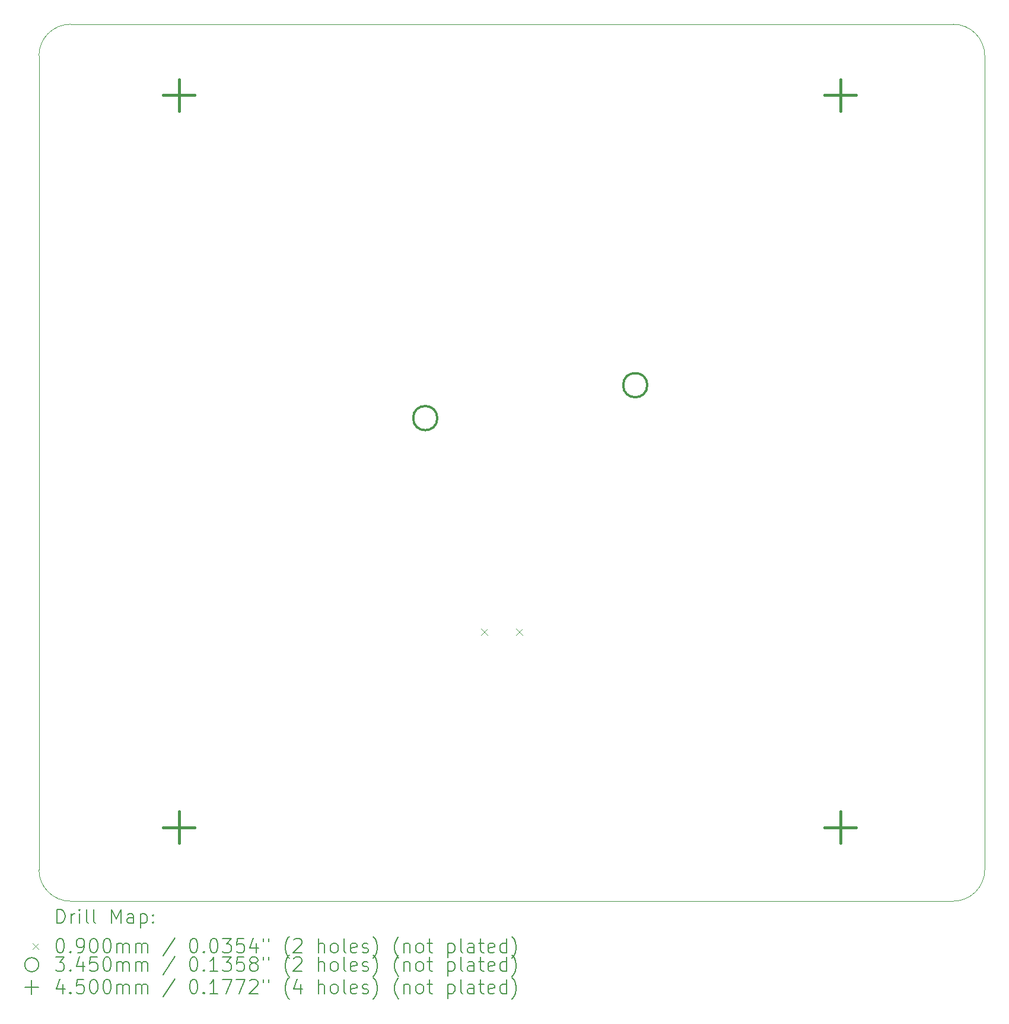
<source format=gbr>
%TF.GenerationSoftware,KiCad,Pcbnew,8.0.5*%
%TF.CreationDate,2025-02-21T17:39:50-06:00*%
%TF.ProjectId,ArmorPlate,41726d6f-7250-46c6-9174-652e6b696361,rev?*%
%TF.SameCoordinates,Original*%
%TF.FileFunction,Drillmap*%
%TF.FilePolarity,Positive*%
%FSLAX45Y45*%
G04 Gerber Fmt 4.5, Leading zero omitted, Abs format (unit mm)*
G04 Created by KiCad (PCBNEW 8.0.5) date 2025-02-21 17:39:50*
%MOMM*%
%LPD*%
G01*
G04 APERTURE LIST*
%ADD10C,0.050000*%
%ADD11C,0.200000*%
%ADD12C,0.100000*%
%ADD13C,0.345000*%
%ADD14C,0.450000*%
G04 APERTURE END LIST*
D10*
X21755000Y-15074500D02*
G75*
G02*
X21305000Y-15524500I-450000J0D01*
G01*
X21305000Y-3017500D02*
G75*
G02*
X21755000Y-3467500I0J-450000D01*
G01*
X21755000Y-3467500D02*
X21755000Y-15074500D01*
X8255000Y-15074500D02*
X8255000Y-3467500D01*
X8255000Y-3467500D02*
G75*
G02*
X8705000Y-3017500I450000J0D01*
G01*
X21305000Y-15524500D02*
X8705000Y-15524500D01*
X8705000Y-3017500D02*
X21305000Y-3017500D01*
X8705000Y-15524500D02*
G75*
G02*
X8255000Y-15074500I0J450000D01*
G01*
D11*
D12*
X14568000Y-11639000D02*
X14658000Y-11729000D01*
X14658000Y-11639000D02*
X14568000Y-11729000D01*
X15068000Y-11639000D02*
X15158000Y-11729000D01*
X15158000Y-11639000D02*
X15068000Y-11729000D01*
D13*
X13941500Y-8635000D02*
G75*
G02*
X13596500Y-8635000I-172500J0D01*
G01*
X13596500Y-8635000D02*
G75*
G02*
X13941500Y-8635000I172500J0D01*
G01*
X16938500Y-8165000D02*
G75*
G02*
X16593500Y-8165000I-172500J0D01*
G01*
X16593500Y-8165000D02*
G75*
G02*
X16938500Y-8165000I172500J0D01*
G01*
D14*
X10255000Y-3805000D02*
X10255000Y-4255000D01*
X10030000Y-4030000D02*
X10480000Y-4030000D01*
X10255000Y-14245000D02*
X10255000Y-14695000D01*
X10030000Y-14470000D02*
X10480000Y-14470000D01*
X19695000Y-3805000D02*
X19695000Y-4255000D01*
X19470000Y-4030000D02*
X19920000Y-4030000D01*
X19695000Y-14245000D02*
X19695000Y-14695000D01*
X19470000Y-14470000D02*
X19920000Y-14470000D01*
D11*
X8513277Y-15838484D02*
X8513277Y-15638484D01*
X8513277Y-15638484D02*
X8560896Y-15638484D01*
X8560896Y-15638484D02*
X8589467Y-15648008D01*
X8589467Y-15648008D02*
X8608515Y-15667055D01*
X8608515Y-15667055D02*
X8618039Y-15686103D01*
X8618039Y-15686103D02*
X8627563Y-15724198D01*
X8627563Y-15724198D02*
X8627563Y-15752769D01*
X8627563Y-15752769D02*
X8618039Y-15790865D01*
X8618039Y-15790865D02*
X8608515Y-15809912D01*
X8608515Y-15809912D02*
X8589467Y-15828960D01*
X8589467Y-15828960D02*
X8560896Y-15838484D01*
X8560896Y-15838484D02*
X8513277Y-15838484D01*
X8713277Y-15838484D02*
X8713277Y-15705150D01*
X8713277Y-15743246D02*
X8722801Y-15724198D01*
X8722801Y-15724198D02*
X8732324Y-15714674D01*
X8732324Y-15714674D02*
X8751372Y-15705150D01*
X8751372Y-15705150D02*
X8770420Y-15705150D01*
X8837086Y-15838484D02*
X8837086Y-15705150D01*
X8837086Y-15638484D02*
X8827563Y-15648008D01*
X8827563Y-15648008D02*
X8837086Y-15657531D01*
X8837086Y-15657531D02*
X8846610Y-15648008D01*
X8846610Y-15648008D02*
X8837086Y-15638484D01*
X8837086Y-15638484D02*
X8837086Y-15657531D01*
X8960896Y-15838484D02*
X8941848Y-15828960D01*
X8941848Y-15828960D02*
X8932324Y-15809912D01*
X8932324Y-15809912D02*
X8932324Y-15638484D01*
X9065658Y-15838484D02*
X9046610Y-15828960D01*
X9046610Y-15828960D02*
X9037086Y-15809912D01*
X9037086Y-15809912D02*
X9037086Y-15638484D01*
X9294229Y-15838484D02*
X9294229Y-15638484D01*
X9294229Y-15638484D02*
X9360896Y-15781341D01*
X9360896Y-15781341D02*
X9427563Y-15638484D01*
X9427563Y-15638484D02*
X9427563Y-15838484D01*
X9608515Y-15838484D02*
X9608515Y-15733722D01*
X9608515Y-15733722D02*
X9598991Y-15714674D01*
X9598991Y-15714674D02*
X9579944Y-15705150D01*
X9579944Y-15705150D02*
X9541848Y-15705150D01*
X9541848Y-15705150D02*
X9522801Y-15714674D01*
X9608515Y-15828960D02*
X9589467Y-15838484D01*
X9589467Y-15838484D02*
X9541848Y-15838484D01*
X9541848Y-15838484D02*
X9522801Y-15828960D01*
X9522801Y-15828960D02*
X9513277Y-15809912D01*
X9513277Y-15809912D02*
X9513277Y-15790865D01*
X9513277Y-15790865D02*
X9522801Y-15771817D01*
X9522801Y-15771817D02*
X9541848Y-15762293D01*
X9541848Y-15762293D02*
X9589467Y-15762293D01*
X9589467Y-15762293D02*
X9608515Y-15752769D01*
X9703753Y-15705150D02*
X9703753Y-15905150D01*
X9703753Y-15714674D02*
X9722801Y-15705150D01*
X9722801Y-15705150D02*
X9760896Y-15705150D01*
X9760896Y-15705150D02*
X9779944Y-15714674D01*
X9779944Y-15714674D02*
X9789467Y-15724198D01*
X9789467Y-15724198D02*
X9798991Y-15743246D01*
X9798991Y-15743246D02*
X9798991Y-15800388D01*
X9798991Y-15800388D02*
X9789467Y-15819436D01*
X9789467Y-15819436D02*
X9779944Y-15828960D01*
X9779944Y-15828960D02*
X9760896Y-15838484D01*
X9760896Y-15838484D02*
X9722801Y-15838484D01*
X9722801Y-15838484D02*
X9703753Y-15828960D01*
X9884705Y-15819436D02*
X9894229Y-15828960D01*
X9894229Y-15828960D02*
X9884705Y-15838484D01*
X9884705Y-15838484D02*
X9875182Y-15828960D01*
X9875182Y-15828960D02*
X9884705Y-15819436D01*
X9884705Y-15819436D02*
X9884705Y-15838484D01*
X9884705Y-15714674D02*
X9894229Y-15724198D01*
X9894229Y-15724198D02*
X9884705Y-15733722D01*
X9884705Y-15733722D02*
X9875182Y-15724198D01*
X9875182Y-15724198D02*
X9884705Y-15714674D01*
X9884705Y-15714674D02*
X9884705Y-15733722D01*
D12*
X8162500Y-16122000D02*
X8252500Y-16212000D01*
X8252500Y-16122000D02*
X8162500Y-16212000D01*
D11*
X8551372Y-16058484D02*
X8570420Y-16058484D01*
X8570420Y-16058484D02*
X8589467Y-16068008D01*
X8589467Y-16068008D02*
X8598991Y-16077531D01*
X8598991Y-16077531D02*
X8608515Y-16096579D01*
X8608515Y-16096579D02*
X8618039Y-16134674D01*
X8618039Y-16134674D02*
X8618039Y-16182293D01*
X8618039Y-16182293D02*
X8608515Y-16220388D01*
X8608515Y-16220388D02*
X8598991Y-16239436D01*
X8598991Y-16239436D02*
X8589467Y-16248960D01*
X8589467Y-16248960D02*
X8570420Y-16258484D01*
X8570420Y-16258484D02*
X8551372Y-16258484D01*
X8551372Y-16258484D02*
X8532324Y-16248960D01*
X8532324Y-16248960D02*
X8522801Y-16239436D01*
X8522801Y-16239436D02*
X8513277Y-16220388D01*
X8513277Y-16220388D02*
X8503753Y-16182293D01*
X8503753Y-16182293D02*
X8503753Y-16134674D01*
X8503753Y-16134674D02*
X8513277Y-16096579D01*
X8513277Y-16096579D02*
X8522801Y-16077531D01*
X8522801Y-16077531D02*
X8532324Y-16068008D01*
X8532324Y-16068008D02*
X8551372Y-16058484D01*
X8703753Y-16239436D02*
X8713277Y-16248960D01*
X8713277Y-16248960D02*
X8703753Y-16258484D01*
X8703753Y-16258484D02*
X8694229Y-16248960D01*
X8694229Y-16248960D02*
X8703753Y-16239436D01*
X8703753Y-16239436D02*
X8703753Y-16258484D01*
X8808515Y-16258484D02*
X8846610Y-16258484D01*
X8846610Y-16258484D02*
X8865658Y-16248960D01*
X8865658Y-16248960D02*
X8875182Y-16239436D01*
X8875182Y-16239436D02*
X8894229Y-16210865D01*
X8894229Y-16210865D02*
X8903753Y-16172769D01*
X8903753Y-16172769D02*
X8903753Y-16096579D01*
X8903753Y-16096579D02*
X8894229Y-16077531D01*
X8894229Y-16077531D02*
X8884705Y-16068008D01*
X8884705Y-16068008D02*
X8865658Y-16058484D01*
X8865658Y-16058484D02*
X8827563Y-16058484D01*
X8827563Y-16058484D02*
X8808515Y-16068008D01*
X8808515Y-16068008D02*
X8798991Y-16077531D01*
X8798991Y-16077531D02*
X8789467Y-16096579D01*
X8789467Y-16096579D02*
X8789467Y-16144198D01*
X8789467Y-16144198D02*
X8798991Y-16163246D01*
X8798991Y-16163246D02*
X8808515Y-16172769D01*
X8808515Y-16172769D02*
X8827563Y-16182293D01*
X8827563Y-16182293D02*
X8865658Y-16182293D01*
X8865658Y-16182293D02*
X8884705Y-16172769D01*
X8884705Y-16172769D02*
X8894229Y-16163246D01*
X8894229Y-16163246D02*
X8903753Y-16144198D01*
X9027563Y-16058484D02*
X9046610Y-16058484D01*
X9046610Y-16058484D02*
X9065658Y-16068008D01*
X9065658Y-16068008D02*
X9075182Y-16077531D01*
X9075182Y-16077531D02*
X9084705Y-16096579D01*
X9084705Y-16096579D02*
X9094229Y-16134674D01*
X9094229Y-16134674D02*
X9094229Y-16182293D01*
X9094229Y-16182293D02*
X9084705Y-16220388D01*
X9084705Y-16220388D02*
X9075182Y-16239436D01*
X9075182Y-16239436D02*
X9065658Y-16248960D01*
X9065658Y-16248960D02*
X9046610Y-16258484D01*
X9046610Y-16258484D02*
X9027563Y-16258484D01*
X9027563Y-16258484D02*
X9008515Y-16248960D01*
X9008515Y-16248960D02*
X8998991Y-16239436D01*
X8998991Y-16239436D02*
X8989467Y-16220388D01*
X8989467Y-16220388D02*
X8979944Y-16182293D01*
X8979944Y-16182293D02*
X8979944Y-16134674D01*
X8979944Y-16134674D02*
X8989467Y-16096579D01*
X8989467Y-16096579D02*
X8998991Y-16077531D01*
X8998991Y-16077531D02*
X9008515Y-16068008D01*
X9008515Y-16068008D02*
X9027563Y-16058484D01*
X9218039Y-16058484D02*
X9237086Y-16058484D01*
X9237086Y-16058484D02*
X9256134Y-16068008D01*
X9256134Y-16068008D02*
X9265658Y-16077531D01*
X9265658Y-16077531D02*
X9275182Y-16096579D01*
X9275182Y-16096579D02*
X9284705Y-16134674D01*
X9284705Y-16134674D02*
X9284705Y-16182293D01*
X9284705Y-16182293D02*
X9275182Y-16220388D01*
X9275182Y-16220388D02*
X9265658Y-16239436D01*
X9265658Y-16239436D02*
X9256134Y-16248960D01*
X9256134Y-16248960D02*
X9237086Y-16258484D01*
X9237086Y-16258484D02*
X9218039Y-16258484D01*
X9218039Y-16258484D02*
X9198991Y-16248960D01*
X9198991Y-16248960D02*
X9189467Y-16239436D01*
X9189467Y-16239436D02*
X9179944Y-16220388D01*
X9179944Y-16220388D02*
X9170420Y-16182293D01*
X9170420Y-16182293D02*
X9170420Y-16134674D01*
X9170420Y-16134674D02*
X9179944Y-16096579D01*
X9179944Y-16096579D02*
X9189467Y-16077531D01*
X9189467Y-16077531D02*
X9198991Y-16068008D01*
X9198991Y-16068008D02*
X9218039Y-16058484D01*
X9370420Y-16258484D02*
X9370420Y-16125150D01*
X9370420Y-16144198D02*
X9379944Y-16134674D01*
X9379944Y-16134674D02*
X9398991Y-16125150D01*
X9398991Y-16125150D02*
X9427563Y-16125150D01*
X9427563Y-16125150D02*
X9446610Y-16134674D01*
X9446610Y-16134674D02*
X9456134Y-16153722D01*
X9456134Y-16153722D02*
X9456134Y-16258484D01*
X9456134Y-16153722D02*
X9465658Y-16134674D01*
X9465658Y-16134674D02*
X9484705Y-16125150D01*
X9484705Y-16125150D02*
X9513277Y-16125150D01*
X9513277Y-16125150D02*
X9532325Y-16134674D01*
X9532325Y-16134674D02*
X9541848Y-16153722D01*
X9541848Y-16153722D02*
X9541848Y-16258484D01*
X9637086Y-16258484D02*
X9637086Y-16125150D01*
X9637086Y-16144198D02*
X9646610Y-16134674D01*
X9646610Y-16134674D02*
X9665658Y-16125150D01*
X9665658Y-16125150D02*
X9694229Y-16125150D01*
X9694229Y-16125150D02*
X9713277Y-16134674D01*
X9713277Y-16134674D02*
X9722801Y-16153722D01*
X9722801Y-16153722D02*
X9722801Y-16258484D01*
X9722801Y-16153722D02*
X9732325Y-16134674D01*
X9732325Y-16134674D02*
X9751372Y-16125150D01*
X9751372Y-16125150D02*
X9779944Y-16125150D01*
X9779944Y-16125150D02*
X9798991Y-16134674D01*
X9798991Y-16134674D02*
X9808515Y-16153722D01*
X9808515Y-16153722D02*
X9808515Y-16258484D01*
X10198991Y-16048960D02*
X10027563Y-16306103D01*
X10456134Y-16058484D02*
X10475182Y-16058484D01*
X10475182Y-16058484D02*
X10494229Y-16068008D01*
X10494229Y-16068008D02*
X10503753Y-16077531D01*
X10503753Y-16077531D02*
X10513277Y-16096579D01*
X10513277Y-16096579D02*
X10522801Y-16134674D01*
X10522801Y-16134674D02*
X10522801Y-16182293D01*
X10522801Y-16182293D02*
X10513277Y-16220388D01*
X10513277Y-16220388D02*
X10503753Y-16239436D01*
X10503753Y-16239436D02*
X10494229Y-16248960D01*
X10494229Y-16248960D02*
X10475182Y-16258484D01*
X10475182Y-16258484D02*
X10456134Y-16258484D01*
X10456134Y-16258484D02*
X10437087Y-16248960D01*
X10437087Y-16248960D02*
X10427563Y-16239436D01*
X10427563Y-16239436D02*
X10418039Y-16220388D01*
X10418039Y-16220388D02*
X10408515Y-16182293D01*
X10408515Y-16182293D02*
X10408515Y-16134674D01*
X10408515Y-16134674D02*
X10418039Y-16096579D01*
X10418039Y-16096579D02*
X10427563Y-16077531D01*
X10427563Y-16077531D02*
X10437087Y-16068008D01*
X10437087Y-16068008D02*
X10456134Y-16058484D01*
X10608515Y-16239436D02*
X10618039Y-16248960D01*
X10618039Y-16248960D02*
X10608515Y-16258484D01*
X10608515Y-16258484D02*
X10598991Y-16248960D01*
X10598991Y-16248960D02*
X10608515Y-16239436D01*
X10608515Y-16239436D02*
X10608515Y-16258484D01*
X10741848Y-16058484D02*
X10760896Y-16058484D01*
X10760896Y-16058484D02*
X10779944Y-16068008D01*
X10779944Y-16068008D02*
X10789468Y-16077531D01*
X10789468Y-16077531D02*
X10798991Y-16096579D01*
X10798991Y-16096579D02*
X10808515Y-16134674D01*
X10808515Y-16134674D02*
X10808515Y-16182293D01*
X10808515Y-16182293D02*
X10798991Y-16220388D01*
X10798991Y-16220388D02*
X10789468Y-16239436D01*
X10789468Y-16239436D02*
X10779944Y-16248960D01*
X10779944Y-16248960D02*
X10760896Y-16258484D01*
X10760896Y-16258484D02*
X10741848Y-16258484D01*
X10741848Y-16258484D02*
X10722801Y-16248960D01*
X10722801Y-16248960D02*
X10713277Y-16239436D01*
X10713277Y-16239436D02*
X10703753Y-16220388D01*
X10703753Y-16220388D02*
X10694229Y-16182293D01*
X10694229Y-16182293D02*
X10694229Y-16134674D01*
X10694229Y-16134674D02*
X10703753Y-16096579D01*
X10703753Y-16096579D02*
X10713277Y-16077531D01*
X10713277Y-16077531D02*
X10722801Y-16068008D01*
X10722801Y-16068008D02*
X10741848Y-16058484D01*
X10875182Y-16058484D02*
X10998991Y-16058484D01*
X10998991Y-16058484D02*
X10932325Y-16134674D01*
X10932325Y-16134674D02*
X10960896Y-16134674D01*
X10960896Y-16134674D02*
X10979944Y-16144198D01*
X10979944Y-16144198D02*
X10989468Y-16153722D01*
X10989468Y-16153722D02*
X10998991Y-16172769D01*
X10998991Y-16172769D02*
X10998991Y-16220388D01*
X10998991Y-16220388D02*
X10989468Y-16239436D01*
X10989468Y-16239436D02*
X10979944Y-16248960D01*
X10979944Y-16248960D02*
X10960896Y-16258484D01*
X10960896Y-16258484D02*
X10903753Y-16258484D01*
X10903753Y-16258484D02*
X10884706Y-16248960D01*
X10884706Y-16248960D02*
X10875182Y-16239436D01*
X11179944Y-16058484D02*
X11084706Y-16058484D01*
X11084706Y-16058484D02*
X11075182Y-16153722D01*
X11075182Y-16153722D02*
X11084706Y-16144198D01*
X11084706Y-16144198D02*
X11103753Y-16134674D01*
X11103753Y-16134674D02*
X11151372Y-16134674D01*
X11151372Y-16134674D02*
X11170420Y-16144198D01*
X11170420Y-16144198D02*
X11179944Y-16153722D01*
X11179944Y-16153722D02*
X11189467Y-16172769D01*
X11189467Y-16172769D02*
X11189467Y-16220388D01*
X11189467Y-16220388D02*
X11179944Y-16239436D01*
X11179944Y-16239436D02*
X11170420Y-16248960D01*
X11170420Y-16248960D02*
X11151372Y-16258484D01*
X11151372Y-16258484D02*
X11103753Y-16258484D01*
X11103753Y-16258484D02*
X11084706Y-16248960D01*
X11084706Y-16248960D02*
X11075182Y-16239436D01*
X11360896Y-16125150D02*
X11360896Y-16258484D01*
X11313277Y-16048960D02*
X11265658Y-16191817D01*
X11265658Y-16191817D02*
X11389467Y-16191817D01*
X11456134Y-16058484D02*
X11456134Y-16096579D01*
X11532325Y-16058484D02*
X11532325Y-16096579D01*
X11827563Y-16334674D02*
X11818039Y-16325150D01*
X11818039Y-16325150D02*
X11798991Y-16296579D01*
X11798991Y-16296579D02*
X11789468Y-16277531D01*
X11789468Y-16277531D02*
X11779944Y-16248960D01*
X11779944Y-16248960D02*
X11770420Y-16201341D01*
X11770420Y-16201341D02*
X11770420Y-16163246D01*
X11770420Y-16163246D02*
X11779944Y-16115627D01*
X11779944Y-16115627D02*
X11789468Y-16087055D01*
X11789468Y-16087055D02*
X11798991Y-16068008D01*
X11798991Y-16068008D02*
X11818039Y-16039436D01*
X11818039Y-16039436D02*
X11827563Y-16029912D01*
X11894229Y-16077531D02*
X11903753Y-16068008D01*
X11903753Y-16068008D02*
X11922801Y-16058484D01*
X11922801Y-16058484D02*
X11970420Y-16058484D01*
X11970420Y-16058484D02*
X11989468Y-16068008D01*
X11989468Y-16068008D02*
X11998991Y-16077531D01*
X11998991Y-16077531D02*
X12008515Y-16096579D01*
X12008515Y-16096579D02*
X12008515Y-16115627D01*
X12008515Y-16115627D02*
X11998991Y-16144198D01*
X11998991Y-16144198D02*
X11884706Y-16258484D01*
X11884706Y-16258484D02*
X12008515Y-16258484D01*
X12246610Y-16258484D02*
X12246610Y-16058484D01*
X12332325Y-16258484D02*
X12332325Y-16153722D01*
X12332325Y-16153722D02*
X12322801Y-16134674D01*
X12322801Y-16134674D02*
X12303753Y-16125150D01*
X12303753Y-16125150D02*
X12275182Y-16125150D01*
X12275182Y-16125150D02*
X12256134Y-16134674D01*
X12256134Y-16134674D02*
X12246610Y-16144198D01*
X12456134Y-16258484D02*
X12437087Y-16248960D01*
X12437087Y-16248960D02*
X12427563Y-16239436D01*
X12427563Y-16239436D02*
X12418039Y-16220388D01*
X12418039Y-16220388D02*
X12418039Y-16163246D01*
X12418039Y-16163246D02*
X12427563Y-16144198D01*
X12427563Y-16144198D02*
X12437087Y-16134674D01*
X12437087Y-16134674D02*
X12456134Y-16125150D01*
X12456134Y-16125150D02*
X12484706Y-16125150D01*
X12484706Y-16125150D02*
X12503753Y-16134674D01*
X12503753Y-16134674D02*
X12513277Y-16144198D01*
X12513277Y-16144198D02*
X12522801Y-16163246D01*
X12522801Y-16163246D02*
X12522801Y-16220388D01*
X12522801Y-16220388D02*
X12513277Y-16239436D01*
X12513277Y-16239436D02*
X12503753Y-16248960D01*
X12503753Y-16248960D02*
X12484706Y-16258484D01*
X12484706Y-16258484D02*
X12456134Y-16258484D01*
X12637087Y-16258484D02*
X12618039Y-16248960D01*
X12618039Y-16248960D02*
X12608515Y-16229912D01*
X12608515Y-16229912D02*
X12608515Y-16058484D01*
X12789468Y-16248960D02*
X12770420Y-16258484D01*
X12770420Y-16258484D02*
X12732325Y-16258484D01*
X12732325Y-16258484D02*
X12713277Y-16248960D01*
X12713277Y-16248960D02*
X12703753Y-16229912D01*
X12703753Y-16229912D02*
X12703753Y-16153722D01*
X12703753Y-16153722D02*
X12713277Y-16134674D01*
X12713277Y-16134674D02*
X12732325Y-16125150D01*
X12732325Y-16125150D02*
X12770420Y-16125150D01*
X12770420Y-16125150D02*
X12789468Y-16134674D01*
X12789468Y-16134674D02*
X12798991Y-16153722D01*
X12798991Y-16153722D02*
X12798991Y-16172769D01*
X12798991Y-16172769D02*
X12703753Y-16191817D01*
X12875182Y-16248960D02*
X12894230Y-16258484D01*
X12894230Y-16258484D02*
X12932325Y-16258484D01*
X12932325Y-16258484D02*
X12951372Y-16248960D01*
X12951372Y-16248960D02*
X12960896Y-16229912D01*
X12960896Y-16229912D02*
X12960896Y-16220388D01*
X12960896Y-16220388D02*
X12951372Y-16201341D01*
X12951372Y-16201341D02*
X12932325Y-16191817D01*
X12932325Y-16191817D02*
X12903753Y-16191817D01*
X12903753Y-16191817D02*
X12884706Y-16182293D01*
X12884706Y-16182293D02*
X12875182Y-16163246D01*
X12875182Y-16163246D02*
X12875182Y-16153722D01*
X12875182Y-16153722D02*
X12884706Y-16134674D01*
X12884706Y-16134674D02*
X12903753Y-16125150D01*
X12903753Y-16125150D02*
X12932325Y-16125150D01*
X12932325Y-16125150D02*
X12951372Y-16134674D01*
X13027563Y-16334674D02*
X13037087Y-16325150D01*
X13037087Y-16325150D02*
X13056134Y-16296579D01*
X13056134Y-16296579D02*
X13065658Y-16277531D01*
X13065658Y-16277531D02*
X13075182Y-16248960D01*
X13075182Y-16248960D02*
X13084706Y-16201341D01*
X13084706Y-16201341D02*
X13084706Y-16163246D01*
X13084706Y-16163246D02*
X13075182Y-16115627D01*
X13075182Y-16115627D02*
X13065658Y-16087055D01*
X13065658Y-16087055D02*
X13056134Y-16068008D01*
X13056134Y-16068008D02*
X13037087Y-16039436D01*
X13037087Y-16039436D02*
X13027563Y-16029912D01*
X13389468Y-16334674D02*
X13379944Y-16325150D01*
X13379944Y-16325150D02*
X13360896Y-16296579D01*
X13360896Y-16296579D02*
X13351372Y-16277531D01*
X13351372Y-16277531D02*
X13341849Y-16248960D01*
X13341849Y-16248960D02*
X13332325Y-16201341D01*
X13332325Y-16201341D02*
X13332325Y-16163246D01*
X13332325Y-16163246D02*
X13341849Y-16115627D01*
X13341849Y-16115627D02*
X13351372Y-16087055D01*
X13351372Y-16087055D02*
X13360896Y-16068008D01*
X13360896Y-16068008D02*
X13379944Y-16039436D01*
X13379944Y-16039436D02*
X13389468Y-16029912D01*
X13465658Y-16125150D02*
X13465658Y-16258484D01*
X13465658Y-16144198D02*
X13475182Y-16134674D01*
X13475182Y-16134674D02*
X13494230Y-16125150D01*
X13494230Y-16125150D02*
X13522801Y-16125150D01*
X13522801Y-16125150D02*
X13541849Y-16134674D01*
X13541849Y-16134674D02*
X13551372Y-16153722D01*
X13551372Y-16153722D02*
X13551372Y-16258484D01*
X13675182Y-16258484D02*
X13656134Y-16248960D01*
X13656134Y-16248960D02*
X13646611Y-16239436D01*
X13646611Y-16239436D02*
X13637087Y-16220388D01*
X13637087Y-16220388D02*
X13637087Y-16163246D01*
X13637087Y-16163246D02*
X13646611Y-16144198D01*
X13646611Y-16144198D02*
X13656134Y-16134674D01*
X13656134Y-16134674D02*
X13675182Y-16125150D01*
X13675182Y-16125150D02*
X13703753Y-16125150D01*
X13703753Y-16125150D02*
X13722801Y-16134674D01*
X13722801Y-16134674D02*
X13732325Y-16144198D01*
X13732325Y-16144198D02*
X13741849Y-16163246D01*
X13741849Y-16163246D02*
X13741849Y-16220388D01*
X13741849Y-16220388D02*
X13732325Y-16239436D01*
X13732325Y-16239436D02*
X13722801Y-16248960D01*
X13722801Y-16248960D02*
X13703753Y-16258484D01*
X13703753Y-16258484D02*
X13675182Y-16258484D01*
X13798992Y-16125150D02*
X13875182Y-16125150D01*
X13827563Y-16058484D02*
X13827563Y-16229912D01*
X13827563Y-16229912D02*
X13837087Y-16248960D01*
X13837087Y-16248960D02*
X13856134Y-16258484D01*
X13856134Y-16258484D02*
X13875182Y-16258484D01*
X14094230Y-16125150D02*
X14094230Y-16325150D01*
X14094230Y-16134674D02*
X14113277Y-16125150D01*
X14113277Y-16125150D02*
X14151373Y-16125150D01*
X14151373Y-16125150D02*
X14170420Y-16134674D01*
X14170420Y-16134674D02*
X14179944Y-16144198D01*
X14179944Y-16144198D02*
X14189468Y-16163246D01*
X14189468Y-16163246D02*
X14189468Y-16220388D01*
X14189468Y-16220388D02*
X14179944Y-16239436D01*
X14179944Y-16239436D02*
X14170420Y-16248960D01*
X14170420Y-16248960D02*
X14151373Y-16258484D01*
X14151373Y-16258484D02*
X14113277Y-16258484D01*
X14113277Y-16258484D02*
X14094230Y-16248960D01*
X14303753Y-16258484D02*
X14284706Y-16248960D01*
X14284706Y-16248960D02*
X14275182Y-16229912D01*
X14275182Y-16229912D02*
X14275182Y-16058484D01*
X14465658Y-16258484D02*
X14465658Y-16153722D01*
X14465658Y-16153722D02*
X14456134Y-16134674D01*
X14456134Y-16134674D02*
X14437087Y-16125150D01*
X14437087Y-16125150D02*
X14398992Y-16125150D01*
X14398992Y-16125150D02*
X14379944Y-16134674D01*
X14465658Y-16248960D02*
X14446611Y-16258484D01*
X14446611Y-16258484D02*
X14398992Y-16258484D01*
X14398992Y-16258484D02*
X14379944Y-16248960D01*
X14379944Y-16248960D02*
X14370420Y-16229912D01*
X14370420Y-16229912D02*
X14370420Y-16210865D01*
X14370420Y-16210865D02*
X14379944Y-16191817D01*
X14379944Y-16191817D02*
X14398992Y-16182293D01*
X14398992Y-16182293D02*
X14446611Y-16182293D01*
X14446611Y-16182293D02*
X14465658Y-16172769D01*
X14532325Y-16125150D02*
X14608515Y-16125150D01*
X14560896Y-16058484D02*
X14560896Y-16229912D01*
X14560896Y-16229912D02*
X14570420Y-16248960D01*
X14570420Y-16248960D02*
X14589468Y-16258484D01*
X14589468Y-16258484D02*
X14608515Y-16258484D01*
X14751373Y-16248960D02*
X14732325Y-16258484D01*
X14732325Y-16258484D02*
X14694230Y-16258484D01*
X14694230Y-16258484D02*
X14675182Y-16248960D01*
X14675182Y-16248960D02*
X14665658Y-16229912D01*
X14665658Y-16229912D02*
X14665658Y-16153722D01*
X14665658Y-16153722D02*
X14675182Y-16134674D01*
X14675182Y-16134674D02*
X14694230Y-16125150D01*
X14694230Y-16125150D02*
X14732325Y-16125150D01*
X14732325Y-16125150D02*
X14751373Y-16134674D01*
X14751373Y-16134674D02*
X14760896Y-16153722D01*
X14760896Y-16153722D02*
X14760896Y-16172769D01*
X14760896Y-16172769D02*
X14665658Y-16191817D01*
X14932325Y-16258484D02*
X14932325Y-16058484D01*
X14932325Y-16248960D02*
X14913277Y-16258484D01*
X14913277Y-16258484D02*
X14875182Y-16258484D01*
X14875182Y-16258484D02*
X14856134Y-16248960D01*
X14856134Y-16248960D02*
X14846611Y-16239436D01*
X14846611Y-16239436D02*
X14837087Y-16220388D01*
X14837087Y-16220388D02*
X14837087Y-16163246D01*
X14837087Y-16163246D02*
X14846611Y-16144198D01*
X14846611Y-16144198D02*
X14856134Y-16134674D01*
X14856134Y-16134674D02*
X14875182Y-16125150D01*
X14875182Y-16125150D02*
X14913277Y-16125150D01*
X14913277Y-16125150D02*
X14932325Y-16134674D01*
X15008515Y-16334674D02*
X15018039Y-16325150D01*
X15018039Y-16325150D02*
X15037087Y-16296579D01*
X15037087Y-16296579D02*
X15046611Y-16277531D01*
X15046611Y-16277531D02*
X15056134Y-16248960D01*
X15056134Y-16248960D02*
X15065658Y-16201341D01*
X15065658Y-16201341D02*
X15065658Y-16163246D01*
X15065658Y-16163246D02*
X15056134Y-16115627D01*
X15056134Y-16115627D02*
X15046611Y-16087055D01*
X15046611Y-16087055D02*
X15037087Y-16068008D01*
X15037087Y-16068008D02*
X15018039Y-16039436D01*
X15018039Y-16039436D02*
X15008515Y-16029912D01*
X8252500Y-16431000D02*
G75*
G02*
X8052500Y-16431000I-100000J0D01*
G01*
X8052500Y-16431000D02*
G75*
G02*
X8252500Y-16431000I100000J0D01*
G01*
X8494229Y-16322484D02*
X8618039Y-16322484D01*
X8618039Y-16322484D02*
X8551372Y-16398674D01*
X8551372Y-16398674D02*
X8579944Y-16398674D01*
X8579944Y-16398674D02*
X8598991Y-16408198D01*
X8598991Y-16408198D02*
X8608515Y-16417722D01*
X8608515Y-16417722D02*
X8618039Y-16436769D01*
X8618039Y-16436769D02*
X8618039Y-16484388D01*
X8618039Y-16484388D02*
X8608515Y-16503436D01*
X8608515Y-16503436D02*
X8598991Y-16512960D01*
X8598991Y-16512960D02*
X8579944Y-16522484D01*
X8579944Y-16522484D02*
X8522801Y-16522484D01*
X8522801Y-16522484D02*
X8503753Y-16512960D01*
X8503753Y-16512960D02*
X8494229Y-16503436D01*
X8703753Y-16503436D02*
X8713277Y-16512960D01*
X8713277Y-16512960D02*
X8703753Y-16522484D01*
X8703753Y-16522484D02*
X8694229Y-16512960D01*
X8694229Y-16512960D02*
X8703753Y-16503436D01*
X8703753Y-16503436D02*
X8703753Y-16522484D01*
X8884705Y-16389150D02*
X8884705Y-16522484D01*
X8837086Y-16312960D02*
X8789467Y-16455817D01*
X8789467Y-16455817D02*
X8913277Y-16455817D01*
X9084705Y-16322484D02*
X8989467Y-16322484D01*
X8989467Y-16322484D02*
X8979944Y-16417722D01*
X8979944Y-16417722D02*
X8989467Y-16408198D01*
X8989467Y-16408198D02*
X9008515Y-16398674D01*
X9008515Y-16398674D02*
X9056134Y-16398674D01*
X9056134Y-16398674D02*
X9075182Y-16408198D01*
X9075182Y-16408198D02*
X9084705Y-16417722D01*
X9084705Y-16417722D02*
X9094229Y-16436769D01*
X9094229Y-16436769D02*
X9094229Y-16484388D01*
X9094229Y-16484388D02*
X9084705Y-16503436D01*
X9084705Y-16503436D02*
X9075182Y-16512960D01*
X9075182Y-16512960D02*
X9056134Y-16522484D01*
X9056134Y-16522484D02*
X9008515Y-16522484D01*
X9008515Y-16522484D02*
X8989467Y-16512960D01*
X8989467Y-16512960D02*
X8979944Y-16503436D01*
X9218039Y-16322484D02*
X9237086Y-16322484D01*
X9237086Y-16322484D02*
X9256134Y-16332008D01*
X9256134Y-16332008D02*
X9265658Y-16341531D01*
X9265658Y-16341531D02*
X9275182Y-16360579D01*
X9275182Y-16360579D02*
X9284705Y-16398674D01*
X9284705Y-16398674D02*
X9284705Y-16446293D01*
X9284705Y-16446293D02*
X9275182Y-16484388D01*
X9275182Y-16484388D02*
X9265658Y-16503436D01*
X9265658Y-16503436D02*
X9256134Y-16512960D01*
X9256134Y-16512960D02*
X9237086Y-16522484D01*
X9237086Y-16522484D02*
X9218039Y-16522484D01*
X9218039Y-16522484D02*
X9198991Y-16512960D01*
X9198991Y-16512960D02*
X9189467Y-16503436D01*
X9189467Y-16503436D02*
X9179944Y-16484388D01*
X9179944Y-16484388D02*
X9170420Y-16446293D01*
X9170420Y-16446293D02*
X9170420Y-16398674D01*
X9170420Y-16398674D02*
X9179944Y-16360579D01*
X9179944Y-16360579D02*
X9189467Y-16341531D01*
X9189467Y-16341531D02*
X9198991Y-16332008D01*
X9198991Y-16332008D02*
X9218039Y-16322484D01*
X9370420Y-16522484D02*
X9370420Y-16389150D01*
X9370420Y-16408198D02*
X9379944Y-16398674D01*
X9379944Y-16398674D02*
X9398991Y-16389150D01*
X9398991Y-16389150D02*
X9427563Y-16389150D01*
X9427563Y-16389150D02*
X9446610Y-16398674D01*
X9446610Y-16398674D02*
X9456134Y-16417722D01*
X9456134Y-16417722D02*
X9456134Y-16522484D01*
X9456134Y-16417722D02*
X9465658Y-16398674D01*
X9465658Y-16398674D02*
X9484705Y-16389150D01*
X9484705Y-16389150D02*
X9513277Y-16389150D01*
X9513277Y-16389150D02*
X9532325Y-16398674D01*
X9532325Y-16398674D02*
X9541848Y-16417722D01*
X9541848Y-16417722D02*
X9541848Y-16522484D01*
X9637086Y-16522484D02*
X9637086Y-16389150D01*
X9637086Y-16408198D02*
X9646610Y-16398674D01*
X9646610Y-16398674D02*
X9665658Y-16389150D01*
X9665658Y-16389150D02*
X9694229Y-16389150D01*
X9694229Y-16389150D02*
X9713277Y-16398674D01*
X9713277Y-16398674D02*
X9722801Y-16417722D01*
X9722801Y-16417722D02*
X9722801Y-16522484D01*
X9722801Y-16417722D02*
X9732325Y-16398674D01*
X9732325Y-16398674D02*
X9751372Y-16389150D01*
X9751372Y-16389150D02*
X9779944Y-16389150D01*
X9779944Y-16389150D02*
X9798991Y-16398674D01*
X9798991Y-16398674D02*
X9808515Y-16417722D01*
X9808515Y-16417722D02*
X9808515Y-16522484D01*
X10198991Y-16312960D02*
X10027563Y-16570103D01*
X10456134Y-16322484D02*
X10475182Y-16322484D01*
X10475182Y-16322484D02*
X10494229Y-16332008D01*
X10494229Y-16332008D02*
X10503753Y-16341531D01*
X10503753Y-16341531D02*
X10513277Y-16360579D01*
X10513277Y-16360579D02*
X10522801Y-16398674D01*
X10522801Y-16398674D02*
X10522801Y-16446293D01*
X10522801Y-16446293D02*
X10513277Y-16484388D01*
X10513277Y-16484388D02*
X10503753Y-16503436D01*
X10503753Y-16503436D02*
X10494229Y-16512960D01*
X10494229Y-16512960D02*
X10475182Y-16522484D01*
X10475182Y-16522484D02*
X10456134Y-16522484D01*
X10456134Y-16522484D02*
X10437087Y-16512960D01*
X10437087Y-16512960D02*
X10427563Y-16503436D01*
X10427563Y-16503436D02*
X10418039Y-16484388D01*
X10418039Y-16484388D02*
X10408515Y-16446293D01*
X10408515Y-16446293D02*
X10408515Y-16398674D01*
X10408515Y-16398674D02*
X10418039Y-16360579D01*
X10418039Y-16360579D02*
X10427563Y-16341531D01*
X10427563Y-16341531D02*
X10437087Y-16332008D01*
X10437087Y-16332008D02*
X10456134Y-16322484D01*
X10608515Y-16503436D02*
X10618039Y-16512960D01*
X10618039Y-16512960D02*
X10608515Y-16522484D01*
X10608515Y-16522484D02*
X10598991Y-16512960D01*
X10598991Y-16512960D02*
X10608515Y-16503436D01*
X10608515Y-16503436D02*
X10608515Y-16522484D01*
X10808515Y-16522484D02*
X10694229Y-16522484D01*
X10751372Y-16522484D02*
X10751372Y-16322484D01*
X10751372Y-16322484D02*
X10732325Y-16351055D01*
X10732325Y-16351055D02*
X10713277Y-16370103D01*
X10713277Y-16370103D02*
X10694229Y-16379627D01*
X10875182Y-16322484D02*
X10998991Y-16322484D01*
X10998991Y-16322484D02*
X10932325Y-16398674D01*
X10932325Y-16398674D02*
X10960896Y-16398674D01*
X10960896Y-16398674D02*
X10979944Y-16408198D01*
X10979944Y-16408198D02*
X10989468Y-16417722D01*
X10989468Y-16417722D02*
X10998991Y-16436769D01*
X10998991Y-16436769D02*
X10998991Y-16484388D01*
X10998991Y-16484388D02*
X10989468Y-16503436D01*
X10989468Y-16503436D02*
X10979944Y-16512960D01*
X10979944Y-16512960D02*
X10960896Y-16522484D01*
X10960896Y-16522484D02*
X10903753Y-16522484D01*
X10903753Y-16522484D02*
X10884706Y-16512960D01*
X10884706Y-16512960D02*
X10875182Y-16503436D01*
X11179944Y-16322484D02*
X11084706Y-16322484D01*
X11084706Y-16322484D02*
X11075182Y-16417722D01*
X11075182Y-16417722D02*
X11084706Y-16408198D01*
X11084706Y-16408198D02*
X11103753Y-16398674D01*
X11103753Y-16398674D02*
X11151372Y-16398674D01*
X11151372Y-16398674D02*
X11170420Y-16408198D01*
X11170420Y-16408198D02*
X11179944Y-16417722D01*
X11179944Y-16417722D02*
X11189467Y-16436769D01*
X11189467Y-16436769D02*
X11189467Y-16484388D01*
X11189467Y-16484388D02*
X11179944Y-16503436D01*
X11179944Y-16503436D02*
X11170420Y-16512960D01*
X11170420Y-16512960D02*
X11151372Y-16522484D01*
X11151372Y-16522484D02*
X11103753Y-16522484D01*
X11103753Y-16522484D02*
X11084706Y-16512960D01*
X11084706Y-16512960D02*
X11075182Y-16503436D01*
X11303753Y-16408198D02*
X11284706Y-16398674D01*
X11284706Y-16398674D02*
X11275182Y-16389150D01*
X11275182Y-16389150D02*
X11265658Y-16370103D01*
X11265658Y-16370103D02*
X11265658Y-16360579D01*
X11265658Y-16360579D02*
X11275182Y-16341531D01*
X11275182Y-16341531D02*
X11284706Y-16332008D01*
X11284706Y-16332008D02*
X11303753Y-16322484D01*
X11303753Y-16322484D02*
X11341848Y-16322484D01*
X11341848Y-16322484D02*
X11360896Y-16332008D01*
X11360896Y-16332008D02*
X11370420Y-16341531D01*
X11370420Y-16341531D02*
X11379944Y-16360579D01*
X11379944Y-16360579D02*
X11379944Y-16370103D01*
X11379944Y-16370103D02*
X11370420Y-16389150D01*
X11370420Y-16389150D02*
X11360896Y-16398674D01*
X11360896Y-16398674D02*
X11341848Y-16408198D01*
X11341848Y-16408198D02*
X11303753Y-16408198D01*
X11303753Y-16408198D02*
X11284706Y-16417722D01*
X11284706Y-16417722D02*
X11275182Y-16427246D01*
X11275182Y-16427246D02*
X11265658Y-16446293D01*
X11265658Y-16446293D02*
X11265658Y-16484388D01*
X11265658Y-16484388D02*
X11275182Y-16503436D01*
X11275182Y-16503436D02*
X11284706Y-16512960D01*
X11284706Y-16512960D02*
X11303753Y-16522484D01*
X11303753Y-16522484D02*
X11341848Y-16522484D01*
X11341848Y-16522484D02*
X11360896Y-16512960D01*
X11360896Y-16512960D02*
X11370420Y-16503436D01*
X11370420Y-16503436D02*
X11379944Y-16484388D01*
X11379944Y-16484388D02*
X11379944Y-16446293D01*
X11379944Y-16446293D02*
X11370420Y-16427246D01*
X11370420Y-16427246D02*
X11360896Y-16417722D01*
X11360896Y-16417722D02*
X11341848Y-16408198D01*
X11456134Y-16322484D02*
X11456134Y-16360579D01*
X11532325Y-16322484D02*
X11532325Y-16360579D01*
X11827563Y-16598674D02*
X11818039Y-16589150D01*
X11818039Y-16589150D02*
X11798991Y-16560579D01*
X11798991Y-16560579D02*
X11789468Y-16541531D01*
X11789468Y-16541531D02*
X11779944Y-16512960D01*
X11779944Y-16512960D02*
X11770420Y-16465341D01*
X11770420Y-16465341D02*
X11770420Y-16427246D01*
X11770420Y-16427246D02*
X11779944Y-16379627D01*
X11779944Y-16379627D02*
X11789468Y-16351055D01*
X11789468Y-16351055D02*
X11798991Y-16332008D01*
X11798991Y-16332008D02*
X11818039Y-16303436D01*
X11818039Y-16303436D02*
X11827563Y-16293912D01*
X11894229Y-16341531D02*
X11903753Y-16332008D01*
X11903753Y-16332008D02*
X11922801Y-16322484D01*
X11922801Y-16322484D02*
X11970420Y-16322484D01*
X11970420Y-16322484D02*
X11989468Y-16332008D01*
X11989468Y-16332008D02*
X11998991Y-16341531D01*
X11998991Y-16341531D02*
X12008515Y-16360579D01*
X12008515Y-16360579D02*
X12008515Y-16379627D01*
X12008515Y-16379627D02*
X11998991Y-16408198D01*
X11998991Y-16408198D02*
X11884706Y-16522484D01*
X11884706Y-16522484D02*
X12008515Y-16522484D01*
X12246610Y-16522484D02*
X12246610Y-16322484D01*
X12332325Y-16522484D02*
X12332325Y-16417722D01*
X12332325Y-16417722D02*
X12322801Y-16398674D01*
X12322801Y-16398674D02*
X12303753Y-16389150D01*
X12303753Y-16389150D02*
X12275182Y-16389150D01*
X12275182Y-16389150D02*
X12256134Y-16398674D01*
X12256134Y-16398674D02*
X12246610Y-16408198D01*
X12456134Y-16522484D02*
X12437087Y-16512960D01*
X12437087Y-16512960D02*
X12427563Y-16503436D01*
X12427563Y-16503436D02*
X12418039Y-16484388D01*
X12418039Y-16484388D02*
X12418039Y-16427246D01*
X12418039Y-16427246D02*
X12427563Y-16408198D01*
X12427563Y-16408198D02*
X12437087Y-16398674D01*
X12437087Y-16398674D02*
X12456134Y-16389150D01*
X12456134Y-16389150D02*
X12484706Y-16389150D01*
X12484706Y-16389150D02*
X12503753Y-16398674D01*
X12503753Y-16398674D02*
X12513277Y-16408198D01*
X12513277Y-16408198D02*
X12522801Y-16427246D01*
X12522801Y-16427246D02*
X12522801Y-16484388D01*
X12522801Y-16484388D02*
X12513277Y-16503436D01*
X12513277Y-16503436D02*
X12503753Y-16512960D01*
X12503753Y-16512960D02*
X12484706Y-16522484D01*
X12484706Y-16522484D02*
X12456134Y-16522484D01*
X12637087Y-16522484D02*
X12618039Y-16512960D01*
X12618039Y-16512960D02*
X12608515Y-16493912D01*
X12608515Y-16493912D02*
X12608515Y-16322484D01*
X12789468Y-16512960D02*
X12770420Y-16522484D01*
X12770420Y-16522484D02*
X12732325Y-16522484D01*
X12732325Y-16522484D02*
X12713277Y-16512960D01*
X12713277Y-16512960D02*
X12703753Y-16493912D01*
X12703753Y-16493912D02*
X12703753Y-16417722D01*
X12703753Y-16417722D02*
X12713277Y-16398674D01*
X12713277Y-16398674D02*
X12732325Y-16389150D01*
X12732325Y-16389150D02*
X12770420Y-16389150D01*
X12770420Y-16389150D02*
X12789468Y-16398674D01*
X12789468Y-16398674D02*
X12798991Y-16417722D01*
X12798991Y-16417722D02*
X12798991Y-16436769D01*
X12798991Y-16436769D02*
X12703753Y-16455817D01*
X12875182Y-16512960D02*
X12894230Y-16522484D01*
X12894230Y-16522484D02*
X12932325Y-16522484D01*
X12932325Y-16522484D02*
X12951372Y-16512960D01*
X12951372Y-16512960D02*
X12960896Y-16493912D01*
X12960896Y-16493912D02*
X12960896Y-16484388D01*
X12960896Y-16484388D02*
X12951372Y-16465341D01*
X12951372Y-16465341D02*
X12932325Y-16455817D01*
X12932325Y-16455817D02*
X12903753Y-16455817D01*
X12903753Y-16455817D02*
X12884706Y-16446293D01*
X12884706Y-16446293D02*
X12875182Y-16427246D01*
X12875182Y-16427246D02*
X12875182Y-16417722D01*
X12875182Y-16417722D02*
X12884706Y-16398674D01*
X12884706Y-16398674D02*
X12903753Y-16389150D01*
X12903753Y-16389150D02*
X12932325Y-16389150D01*
X12932325Y-16389150D02*
X12951372Y-16398674D01*
X13027563Y-16598674D02*
X13037087Y-16589150D01*
X13037087Y-16589150D02*
X13056134Y-16560579D01*
X13056134Y-16560579D02*
X13065658Y-16541531D01*
X13065658Y-16541531D02*
X13075182Y-16512960D01*
X13075182Y-16512960D02*
X13084706Y-16465341D01*
X13084706Y-16465341D02*
X13084706Y-16427246D01*
X13084706Y-16427246D02*
X13075182Y-16379627D01*
X13075182Y-16379627D02*
X13065658Y-16351055D01*
X13065658Y-16351055D02*
X13056134Y-16332008D01*
X13056134Y-16332008D02*
X13037087Y-16303436D01*
X13037087Y-16303436D02*
X13027563Y-16293912D01*
X13389468Y-16598674D02*
X13379944Y-16589150D01*
X13379944Y-16589150D02*
X13360896Y-16560579D01*
X13360896Y-16560579D02*
X13351372Y-16541531D01*
X13351372Y-16541531D02*
X13341849Y-16512960D01*
X13341849Y-16512960D02*
X13332325Y-16465341D01*
X13332325Y-16465341D02*
X13332325Y-16427246D01*
X13332325Y-16427246D02*
X13341849Y-16379627D01*
X13341849Y-16379627D02*
X13351372Y-16351055D01*
X13351372Y-16351055D02*
X13360896Y-16332008D01*
X13360896Y-16332008D02*
X13379944Y-16303436D01*
X13379944Y-16303436D02*
X13389468Y-16293912D01*
X13465658Y-16389150D02*
X13465658Y-16522484D01*
X13465658Y-16408198D02*
X13475182Y-16398674D01*
X13475182Y-16398674D02*
X13494230Y-16389150D01*
X13494230Y-16389150D02*
X13522801Y-16389150D01*
X13522801Y-16389150D02*
X13541849Y-16398674D01*
X13541849Y-16398674D02*
X13551372Y-16417722D01*
X13551372Y-16417722D02*
X13551372Y-16522484D01*
X13675182Y-16522484D02*
X13656134Y-16512960D01*
X13656134Y-16512960D02*
X13646611Y-16503436D01*
X13646611Y-16503436D02*
X13637087Y-16484388D01*
X13637087Y-16484388D02*
X13637087Y-16427246D01*
X13637087Y-16427246D02*
X13646611Y-16408198D01*
X13646611Y-16408198D02*
X13656134Y-16398674D01*
X13656134Y-16398674D02*
X13675182Y-16389150D01*
X13675182Y-16389150D02*
X13703753Y-16389150D01*
X13703753Y-16389150D02*
X13722801Y-16398674D01*
X13722801Y-16398674D02*
X13732325Y-16408198D01*
X13732325Y-16408198D02*
X13741849Y-16427246D01*
X13741849Y-16427246D02*
X13741849Y-16484388D01*
X13741849Y-16484388D02*
X13732325Y-16503436D01*
X13732325Y-16503436D02*
X13722801Y-16512960D01*
X13722801Y-16512960D02*
X13703753Y-16522484D01*
X13703753Y-16522484D02*
X13675182Y-16522484D01*
X13798992Y-16389150D02*
X13875182Y-16389150D01*
X13827563Y-16322484D02*
X13827563Y-16493912D01*
X13827563Y-16493912D02*
X13837087Y-16512960D01*
X13837087Y-16512960D02*
X13856134Y-16522484D01*
X13856134Y-16522484D02*
X13875182Y-16522484D01*
X14094230Y-16389150D02*
X14094230Y-16589150D01*
X14094230Y-16398674D02*
X14113277Y-16389150D01*
X14113277Y-16389150D02*
X14151373Y-16389150D01*
X14151373Y-16389150D02*
X14170420Y-16398674D01*
X14170420Y-16398674D02*
X14179944Y-16408198D01*
X14179944Y-16408198D02*
X14189468Y-16427246D01*
X14189468Y-16427246D02*
X14189468Y-16484388D01*
X14189468Y-16484388D02*
X14179944Y-16503436D01*
X14179944Y-16503436D02*
X14170420Y-16512960D01*
X14170420Y-16512960D02*
X14151373Y-16522484D01*
X14151373Y-16522484D02*
X14113277Y-16522484D01*
X14113277Y-16522484D02*
X14094230Y-16512960D01*
X14303753Y-16522484D02*
X14284706Y-16512960D01*
X14284706Y-16512960D02*
X14275182Y-16493912D01*
X14275182Y-16493912D02*
X14275182Y-16322484D01*
X14465658Y-16522484D02*
X14465658Y-16417722D01*
X14465658Y-16417722D02*
X14456134Y-16398674D01*
X14456134Y-16398674D02*
X14437087Y-16389150D01*
X14437087Y-16389150D02*
X14398992Y-16389150D01*
X14398992Y-16389150D02*
X14379944Y-16398674D01*
X14465658Y-16512960D02*
X14446611Y-16522484D01*
X14446611Y-16522484D02*
X14398992Y-16522484D01*
X14398992Y-16522484D02*
X14379944Y-16512960D01*
X14379944Y-16512960D02*
X14370420Y-16493912D01*
X14370420Y-16493912D02*
X14370420Y-16474865D01*
X14370420Y-16474865D02*
X14379944Y-16455817D01*
X14379944Y-16455817D02*
X14398992Y-16446293D01*
X14398992Y-16446293D02*
X14446611Y-16446293D01*
X14446611Y-16446293D02*
X14465658Y-16436769D01*
X14532325Y-16389150D02*
X14608515Y-16389150D01*
X14560896Y-16322484D02*
X14560896Y-16493912D01*
X14560896Y-16493912D02*
X14570420Y-16512960D01*
X14570420Y-16512960D02*
X14589468Y-16522484D01*
X14589468Y-16522484D02*
X14608515Y-16522484D01*
X14751373Y-16512960D02*
X14732325Y-16522484D01*
X14732325Y-16522484D02*
X14694230Y-16522484D01*
X14694230Y-16522484D02*
X14675182Y-16512960D01*
X14675182Y-16512960D02*
X14665658Y-16493912D01*
X14665658Y-16493912D02*
X14665658Y-16417722D01*
X14665658Y-16417722D02*
X14675182Y-16398674D01*
X14675182Y-16398674D02*
X14694230Y-16389150D01*
X14694230Y-16389150D02*
X14732325Y-16389150D01*
X14732325Y-16389150D02*
X14751373Y-16398674D01*
X14751373Y-16398674D02*
X14760896Y-16417722D01*
X14760896Y-16417722D02*
X14760896Y-16436769D01*
X14760896Y-16436769D02*
X14665658Y-16455817D01*
X14932325Y-16522484D02*
X14932325Y-16322484D01*
X14932325Y-16512960D02*
X14913277Y-16522484D01*
X14913277Y-16522484D02*
X14875182Y-16522484D01*
X14875182Y-16522484D02*
X14856134Y-16512960D01*
X14856134Y-16512960D02*
X14846611Y-16503436D01*
X14846611Y-16503436D02*
X14837087Y-16484388D01*
X14837087Y-16484388D02*
X14837087Y-16427246D01*
X14837087Y-16427246D02*
X14846611Y-16408198D01*
X14846611Y-16408198D02*
X14856134Y-16398674D01*
X14856134Y-16398674D02*
X14875182Y-16389150D01*
X14875182Y-16389150D02*
X14913277Y-16389150D01*
X14913277Y-16389150D02*
X14932325Y-16398674D01*
X15008515Y-16598674D02*
X15018039Y-16589150D01*
X15018039Y-16589150D02*
X15037087Y-16560579D01*
X15037087Y-16560579D02*
X15046611Y-16541531D01*
X15046611Y-16541531D02*
X15056134Y-16512960D01*
X15056134Y-16512960D02*
X15065658Y-16465341D01*
X15065658Y-16465341D02*
X15065658Y-16427246D01*
X15065658Y-16427246D02*
X15056134Y-16379627D01*
X15056134Y-16379627D02*
X15046611Y-16351055D01*
X15046611Y-16351055D02*
X15037087Y-16332008D01*
X15037087Y-16332008D02*
X15018039Y-16303436D01*
X15018039Y-16303436D02*
X15008515Y-16293912D01*
X8152500Y-16651000D02*
X8152500Y-16851000D01*
X8052500Y-16751000D02*
X8252500Y-16751000D01*
X8598991Y-16709150D02*
X8598991Y-16842484D01*
X8551372Y-16632960D02*
X8503753Y-16775817D01*
X8503753Y-16775817D02*
X8627563Y-16775817D01*
X8703753Y-16823436D02*
X8713277Y-16832960D01*
X8713277Y-16832960D02*
X8703753Y-16842484D01*
X8703753Y-16842484D02*
X8694229Y-16832960D01*
X8694229Y-16832960D02*
X8703753Y-16823436D01*
X8703753Y-16823436D02*
X8703753Y-16842484D01*
X8894229Y-16642484D02*
X8798991Y-16642484D01*
X8798991Y-16642484D02*
X8789467Y-16737722D01*
X8789467Y-16737722D02*
X8798991Y-16728198D01*
X8798991Y-16728198D02*
X8818039Y-16718674D01*
X8818039Y-16718674D02*
X8865658Y-16718674D01*
X8865658Y-16718674D02*
X8884705Y-16728198D01*
X8884705Y-16728198D02*
X8894229Y-16737722D01*
X8894229Y-16737722D02*
X8903753Y-16756769D01*
X8903753Y-16756769D02*
X8903753Y-16804389D01*
X8903753Y-16804389D02*
X8894229Y-16823436D01*
X8894229Y-16823436D02*
X8884705Y-16832960D01*
X8884705Y-16832960D02*
X8865658Y-16842484D01*
X8865658Y-16842484D02*
X8818039Y-16842484D01*
X8818039Y-16842484D02*
X8798991Y-16832960D01*
X8798991Y-16832960D02*
X8789467Y-16823436D01*
X9027563Y-16642484D02*
X9046610Y-16642484D01*
X9046610Y-16642484D02*
X9065658Y-16652008D01*
X9065658Y-16652008D02*
X9075182Y-16661531D01*
X9075182Y-16661531D02*
X9084705Y-16680579D01*
X9084705Y-16680579D02*
X9094229Y-16718674D01*
X9094229Y-16718674D02*
X9094229Y-16766293D01*
X9094229Y-16766293D02*
X9084705Y-16804389D01*
X9084705Y-16804389D02*
X9075182Y-16823436D01*
X9075182Y-16823436D02*
X9065658Y-16832960D01*
X9065658Y-16832960D02*
X9046610Y-16842484D01*
X9046610Y-16842484D02*
X9027563Y-16842484D01*
X9027563Y-16842484D02*
X9008515Y-16832960D01*
X9008515Y-16832960D02*
X8998991Y-16823436D01*
X8998991Y-16823436D02*
X8989467Y-16804389D01*
X8989467Y-16804389D02*
X8979944Y-16766293D01*
X8979944Y-16766293D02*
X8979944Y-16718674D01*
X8979944Y-16718674D02*
X8989467Y-16680579D01*
X8989467Y-16680579D02*
X8998991Y-16661531D01*
X8998991Y-16661531D02*
X9008515Y-16652008D01*
X9008515Y-16652008D02*
X9027563Y-16642484D01*
X9218039Y-16642484D02*
X9237086Y-16642484D01*
X9237086Y-16642484D02*
X9256134Y-16652008D01*
X9256134Y-16652008D02*
X9265658Y-16661531D01*
X9265658Y-16661531D02*
X9275182Y-16680579D01*
X9275182Y-16680579D02*
X9284705Y-16718674D01*
X9284705Y-16718674D02*
X9284705Y-16766293D01*
X9284705Y-16766293D02*
X9275182Y-16804389D01*
X9275182Y-16804389D02*
X9265658Y-16823436D01*
X9265658Y-16823436D02*
X9256134Y-16832960D01*
X9256134Y-16832960D02*
X9237086Y-16842484D01*
X9237086Y-16842484D02*
X9218039Y-16842484D01*
X9218039Y-16842484D02*
X9198991Y-16832960D01*
X9198991Y-16832960D02*
X9189467Y-16823436D01*
X9189467Y-16823436D02*
X9179944Y-16804389D01*
X9179944Y-16804389D02*
X9170420Y-16766293D01*
X9170420Y-16766293D02*
X9170420Y-16718674D01*
X9170420Y-16718674D02*
X9179944Y-16680579D01*
X9179944Y-16680579D02*
X9189467Y-16661531D01*
X9189467Y-16661531D02*
X9198991Y-16652008D01*
X9198991Y-16652008D02*
X9218039Y-16642484D01*
X9370420Y-16842484D02*
X9370420Y-16709150D01*
X9370420Y-16728198D02*
X9379944Y-16718674D01*
X9379944Y-16718674D02*
X9398991Y-16709150D01*
X9398991Y-16709150D02*
X9427563Y-16709150D01*
X9427563Y-16709150D02*
X9446610Y-16718674D01*
X9446610Y-16718674D02*
X9456134Y-16737722D01*
X9456134Y-16737722D02*
X9456134Y-16842484D01*
X9456134Y-16737722D02*
X9465658Y-16718674D01*
X9465658Y-16718674D02*
X9484705Y-16709150D01*
X9484705Y-16709150D02*
X9513277Y-16709150D01*
X9513277Y-16709150D02*
X9532325Y-16718674D01*
X9532325Y-16718674D02*
X9541848Y-16737722D01*
X9541848Y-16737722D02*
X9541848Y-16842484D01*
X9637086Y-16842484D02*
X9637086Y-16709150D01*
X9637086Y-16728198D02*
X9646610Y-16718674D01*
X9646610Y-16718674D02*
X9665658Y-16709150D01*
X9665658Y-16709150D02*
X9694229Y-16709150D01*
X9694229Y-16709150D02*
X9713277Y-16718674D01*
X9713277Y-16718674D02*
X9722801Y-16737722D01*
X9722801Y-16737722D02*
X9722801Y-16842484D01*
X9722801Y-16737722D02*
X9732325Y-16718674D01*
X9732325Y-16718674D02*
X9751372Y-16709150D01*
X9751372Y-16709150D02*
X9779944Y-16709150D01*
X9779944Y-16709150D02*
X9798991Y-16718674D01*
X9798991Y-16718674D02*
X9808515Y-16737722D01*
X9808515Y-16737722D02*
X9808515Y-16842484D01*
X10198991Y-16632960D02*
X10027563Y-16890103D01*
X10456134Y-16642484D02*
X10475182Y-16642484D01*
X10475182Y-16642484D02*
X10494229Y-16652008D01*
X10494229Y-16652008D02*
X10503753Y-16661531D01*
X10503753Y-16661531D02*
X10513277Y-16680579D01*
X10513277Y-16680579D02*
X10522801Y-16718674D01*
X10522801Y-16718674D02*
X10522801Y-16766293D01*
X10522801Y-16766293D02*
X10513277Y-16804389D01*
X10513277Y-16804389D02*
X10503753Y-16823436D01*
X10503753Y-16823436D02*
X10494229Y-16832960D01*
X10494229Y-16832960D02*
X10475182Y-16842484D01*
X10475182Y-16842484D02*
X10456134Y-16842484D01*
X10456134Y-16842484D02*
X10437087Y-16832960D01*
X10437087Y-16832960D02*
X10427563Y-16823436D01*
X10427563Y-16823436D02*
X10418039Y-16804389D01*
X10418039Y-16804389D02*
X10408515Y-16766293D01*
X10408515Y-16766293D02*
X10408515Y-16718674D01*
X10408515Y-16718674D02*
X10418039Y-16680579D01*
X10418039Y-16680579D02*
X10427563Y-16661531D01*
X10427563Y-16661531D02*
X10437087Y-16652008D01*
X10437087Y-16652008D02*
X10456134Y-16642484D01*
X10608515Y-16823436D02*
X10618039Y-16832960D01*
X10618039Y-16832960D02*
X10608515Y-16842484D01*
X10608515Y-16842484D02*
X10598991Y-16832960D01*
X10598991Y-16832960D02*
X10608515Y-16823436D01*
X10608515Y-16823436D02*
X10608515Y-16842484D01*
X10808515Y-16842484D02*
X10694229Y-16842484D01*
X10751372Y-16842484D02*
X10751372Y-16642484D01*
X10751372Y-16642484D02*
X10732325Y-16671055D01*
X10732325Y-16671055D02*
X10713277Y-16690103D01*
X10713277Y-16690103D02*
X10694229Y-16699627D01*
X10875182Y-16642484D02*
X11008515Y-16642484D01*
X11008515Y-16642484D02*
X10922801Y-16842484D01*
X11065658Y-16642484D02*
X11198991Y-16642484D01*
X11198991Y-16642484D02*
X11113277Y-16842484D01*
X11265658Y-16661531D02*
X11275182Y-16652008D01*
X11275182Y-16652008D02*
X11294229Y-16642484D01*
X11294229Y-16642484D02*
X11341848Y-16642484D01*
X11341848Y-16642484D02*
X11360896Y-16652008D01*
X11360896Y-16652008D02*
X11370420Y-16661531D01*
X11370420Y-16661531D02*
X11379944Y-16680579D01*
X11379944Y-16680579D02*
X11379944Y-16699627D01*
X11379944Y-16699627D02*
X11370420Y-16728198D01*
X11370420Y-16728198D02*
X11256134Y-16842484D01*
X11256134Y-16842484D02*
X11379944Y-16842484D01*
X11456134Y-16642484D02*
X11456134Y-16680579D01*
X11532325Y-16642484D02*
X11532325Y-16680579D01*
X11827563Y-16918674D02*
X11818039Y-16909150D01*
X11818039Y-16909150D02*
X11798991Y-16880579D01*
X11798991Y-16880579D02*
X11789468Y-16861531D01*
X11789468Y-16861531D02*
X11779944Y-16832960D01*
X11779944Y-16832960D02*
X11770420Y-16785341D01*
X11770420Y-16785341D02*
X11770420Y-16747246D01*
X11770420Y-16747246D02*
X11779944Y-16699627D01*
X11779944Y-16699627D02*
X11789468Y-16671055D01*
X11789468Y-16671055D02*
X11798991Y-16652008D01*
X11798991Y-16652008D02*
X11818039Y-16623436D01*
X11818039Y-16623436D02*
X11827563Y-16613912D01*
X11989468Y-16709150D02*
X11989468Y-16842484D01*
X11941848Y-16632960D02*
X11894229Y-16775817D01*
X11894229Y-16775817D02*
X12018039Y-16775817D01*
X12246610Y-16842484D02*
X12246610Y-16642484D01*
X12332325Y-16842484D02*
X12332325Y-16737722D01*
X12332325Y-16737722D02*
X12322801Y-16718674D01*
X12322801Y-16718674D02*
X12303753Y-16709150D01*
X12303753Y-16709150D02*
X12275182Y-16709150D01*
X12275182Y-16709150D02*
X12256134Y-16718674D01*
X12256134Y-16718674D02*
X12246610Y-16728198D01*
X12456134Y-16842484D02*
X12437087Y-16832960D01*
X12437087Y-16832960D02*
X12427563Y-16823436D01*
X12427563Y-16823436D02*
X12418039Y-16804389D01*
X12418039Y-16804389D02*
X12418039Y-16747246D01*
X12418039Y-16747246D02*
X12427563Y-16728198D01*
X12427563Y-16728198D02*
X12437087Y-16718674D01*
X12437087Y-16718674D02*
X12456134Y-16709150D01*
X12456134Y-16709150D02*
X12484706Y-16709150D01*
X12484706Y-16709150D02*
X12503753Y-16718674D01*
X12503753Y-16718674D02*
X12513277Y-16728198D01*
X12513277Y-16728198D02*
X12522801Y-16747246D01*
X12522801Y-16747246D02*
X12522801Y-16804389D01*
X12522801Y-16804389D02*
X12513277Y-16823436D01*
X12513277Y-16823436D02*
X12503753Y-16832960D01*
X12503753Y-16832960D02*
X12484706Y-16842484D01*
X12484706Y-16842484D02*
X12456134Y-16842484D01*
X12637087Y-16842484D02*
X12618039Y-16832960D01*
X12618039Y-16832960D02*
X12608515Y-16813912D01*
X12608515Y-16813912D02*
X12608515Y-16642484D01*
X12789468Y-16832960D02*
X12770420Y-16842484D01*
X12770420Y-16842484D02*
X12732325Y-16842484D01*
X12732325Y-16842484D02*
X12713277Y-16832960D01*
X12713277Y-16832960D02*
X12703753Y-16813912D01*
X12703753Y-16813912D02*
X12703753Y-16737722D01*
X12703753Y-16737722D02*
X12713277Y-16718674D01*
X12713277Y-16718674D02*
X12732325Y-16709150D01*
X12732325Y-16709150D02*
X12770420Y-16709150D01*
X12770420Y-16709150D02*
X12789468Y-16718674D01*
X12789468Y-16718674D02*
X12798991Y-16737722D01*
X12798991Y-16737722D02*
X12798991Y-16756769D01*
X12798991Y-16756769D02*
X12703753Y-16775817D01*
X12875182Y-16832960D02*
X12894230Y-16842484D01*
X12894230Y-16842484D02*
X12932325Y-16842484D01*
X12932325Y-16842484D02*
X12951372Y-16832960D01*
X12951372Y-16832960D02*
X12960896Y-16813912D01*
X12960896Y-16813912D02*
X12960896Y-16804389D01*
X12960896Y-16804389D02*
X12951372Y-16785341D01*
X12951372Y-16785341D02*
X12932325Y-16775817D01*
X12932325Y-16775817D02*
X12903753Y-16775817D01*
X12903753Y-16775817D02*
X12884706Y-16766293D01*
X12884706Y-16766293D02*
X12875182Y-16747246D01*
X12875182Y-16747246D02*
X12875182Y-16737722D01*
X12875182Y-16737722D02*
X12884706Y-16718674D01*
X12884706Y-16718674D02*
X12903753Y-16709150D01*
X12903753Y-16709150D02*
X12932325Y-16709150D01*
X12932325Y-16709150D02*
X12951372Y-16718674D01*
X13027563Y-16918674D02*
X13037087Y-16909150D01*
X13037087Y-16909150D02*
X13056134Y-16880579D01*
X13056134Y-16880579D02*
X13065658Y-16861531D01*
X13065658Y-16861531D02*
X13075182Y-16832960D01*
X13075182Y-16832960D02*
X13084706Y-16785341D01*
X13084706Y-16785341D02*
X13084706Y-16747246D01*
X13084706Y-16747246D02*
X13075182Y-16699627D01*
X13075182Y-16699627D02*
X13065658Y-16671055D01*
X13065658Y-16671055D02*
X13056134Y-16652008D01*
X13056134Y-16652008D02*
X13037087Y-16623436D01*
X13037087Y-16623436D02*
X13027563Y-16613912D01*
X13389468Y-16918674D02*
X13379944Y-16909150D01*
X13379944Y-16909150D02*
X13360896Y-16880579D01*
X13360896Y-16880579D02*
X13351372Y-16861531D01*
X13351372Y-16861531D02*
X13341849Y-16832960D01*
X13341849Y-16832960D02*
X13332325Y-16785341D01*
X13332325Y-16785341D02*
X13332325Y-16747246D01*
X13332325Y-16747246D02*
X13341849Y-16699627D01*
X13341849Y-16699627D02*
X13351372Y-16671055D01*
X13351372Y-16671055D02*
X13360896Y-16652008D01*
X13360896Y-16652008D02*
X13379944Y-16623436D01*
X13379944Y-16623436D02*
X13389468Y-16613912D01*
X13465658Y-16709150D02*
X13465658Y-16842484D01*
X13465658Y-16728198D02*
X13475182Y-16718674D01*
X13475182Y-16718674D02*
X13494230Y-16709150D01*
X13494230Y-16709150D02*
X13522801Y-16709150D01*
X13522801Y-16709150D02*
X13541849Y-16718674D01*
X13541849Y-16718674D02*
X13551372Y-16737722D01*
X13551372Y-16737722D02*
X13551372Y-16842484D01*
X13675182Y-16842484D02*
X13656134Y-16832960D01*
X13656134Y-16832960D02*
X13646611Y-16823436D01*
X13646611Y-16823436D02*
X13637087Y-16804389D01*
X13637087Y-16804389D02*
X13637087Y-16747246D01*
X13637087Y-16747246D02*
X13646611Y-16728198D01*
X13646611Y-16728198D02*
X13656134Y-16718674D01*
X13656134Y-16718674D02*
X13675182Y-16709150D01*
X13675182Y-16709150D02*
X13703753Y-16709150D01*
X13703753Y-16709150D02*
X13722801Y-16718674D01*
X13722801Y-16718674D02*
X13732325Y-16728198D01*
X13732325Y-16728198D02*
X13741849Y-16747246D01*
X13741849Y-16747246D02*
X13741849Y-16804389D01*
X13741849Y-16804389D02*
X13732325Y-16823436D01*
X13732325Y-16823436D02*
X13722801Y-16832960D01*
X13722801Y-16832960D02*
X13703753Y-16842484D01*
X13703753Y-16842484D02*
X13675182Y-16842484D01*
X13798992Y-16709150D02*
X13875182Y-16709150D01*
X13827563Y-16642484D02*
X13827563Y-16813912D01*
X13827563Y-16813912D02*
X13837087Y-16832960D01*
X13837087Y-16832960D02*
X13856134Y-16842484D01*
X13856134Y-16842484D02*
X13875182Y-16842484D01*
X14094230Y-16709150D02*
X14094230Y-16909150D01*
X14094230Y-16718674D02*
X14113277Y-16709150D01*
X14113277Y-16709150D02*
X14151373Y-16709150D01*
X14151373Y-16709150D02*
X14170420Y-16718674D01*
X14170420Y-16718674D02*
X14179944Y-16728198D01*
X14179944Y-16728198D02*
X14189468Y-16747246D01*
X14189468Y-16747246D02*
X14189468Y-16804389D01*
X14189468Y-16804389D02*
X14179944Y-16823436D01*
X14179944Y-16823436D02*
X14170420Y-16832960D01*
X14170420Y-16832960D02*
X14151373Y-16842484D01*
X14151373Y-16842484D02*
X14113277Y-16842484D01*
X14113277Y-16842484D02*
X14094230Y-16832960D01*
X14303753Y-16842484D02*
X14284706Y-16832960D01*
X14284706Y-16832960D02*
X14275182Y-16813912D01*
X14275182Y-16813912D02*
X14275182Y-16642484D01*
X14465658Y-16842484D02*
X14465658Y-16737722D01*
X14465658Y-16737722D02*
X14456134Y-16718674D01*
X14456134Y-16718674D02*
X14437087Y-16709150D01*
X14437087Y-16709150D02*
X14398992Y-16709150D01*
X14398992Y-16709150D02*
X14379944Y-16718674D01*
X14465658Y-16832960D02*
X14446611Y-16842484D01*
X14446611Y-16842484D02*
X14398992Y-16842484D01*
X14398992Y-16842484D02*
X14379944Y-16832960D01*
X14379944Y-16832960D02*
X14370420Y-16813912D01*
X14370420Y-16813912D02*
X14370420Y-16794865D01*
X14370420Y-16794865D02*
X14379944Y-16775817D01*
X14379944Y-16775817D02*
X14398992Y-16766293D01*
X14398992Y-16766293D02*
X14446611Y-16766293D01*
X14446611Y-16766293D02*
X14465658Y-16756769D01*
X14532325Y-16709150D02*
X14608515Y-16709150D01*
X14560896Y-16642484D02*
X14560896Y-16813912D01*
X14560896Y-16813912D02*
X14570420Y-16832960D01*
X14570420Y-16832960D02*
X14589468Y-16842484D01*
X14589468Y-16842484D02*
X14608515Y-16842484D01*
X14751373Y-16832960D02*
X14732325Y-16842484D01*
X14732325Y-16842484D02*
X14694230Y-16842484D01*
X14694230Y-16842484D02*
X14675182Y-16832960D01*
X14675182Y-16832960D02*
X14665658Y-16813912D01*
X14665658Y-16813912D02*
X14665658Y-16737722D01*
X14665658Y-16737722D02*
X14675182Y-16718674D01*
X14675182Y-16718674D02*
X14694230Y-16709150D01*
X14694230Y-16709150D02*
X14732325Y-16709150D01*
X14732325Y-16709150D02*
X14751373Y-16718674D01*
X14751373Y-16718674D02*
X14760896Y-16737722D01*
X14760896Y-16737722D02*
X14760896Y-16756769D01*
X14760896Y-16756769D02*
X14665658Y-16775817D01*
X14932325Y-16842484D02*
X14932325Y-16642484D01*
X14932325Y-16832960D02*
X14913277Y-16842484D01*
X14913277Y-16842484D02*
X14875182Y-16842484D01*
X14875182Y-16842484D02*
X14856134Y-16832960D01*
X14856134Y-16832960D02*
X14846611Y-16823436D01*
X14846611Y-16823436D02*
X14837087Y-16804389D01*
X14837087Y-16804389D02*
X14837087Y-16747246D01*
X14837087Y-16747246D02*
X14846611Y-16728198D01*
X14846611Y-16728198D02*
X14856134Y-16718674D01*
X14856134Y-16718674D02*
X14875182Y-16709150D01*
X14875182Y-16709150D02*
X14913277Y-16709150D01*
X14913277Y-16709150D02*
X14932325Y-16718674D01*
X15008515Y-16918674D02*
X15018039Y-16909150D01*
X15018039Y-16909150D02*
X15037087Y-16880579D01*
X15037087Y-16880579D02*
X15046611Y-16861531D01*
X15046611Y-16861531D02*
X15056134Y-16832960D01*
X15056134Y-16832960D02*
X15065658Y-16785341D01*
X15065658Y-16785341D02*
X15065658Y-16747246D01*
X15065658Y-16747246D02*
X15056134Y-16699627D01*
X15056134Y-16699627D02*
X15046611Y-16671055D01*
X15046611Y-16671055D02*
X15037087Y-16652008D01*
X15037087Y-16652008D02*
X15018039Y-16623436D01*
X15018039Y-16623436D02*
X15008515Y-16613912D01*
M02*

</source>
